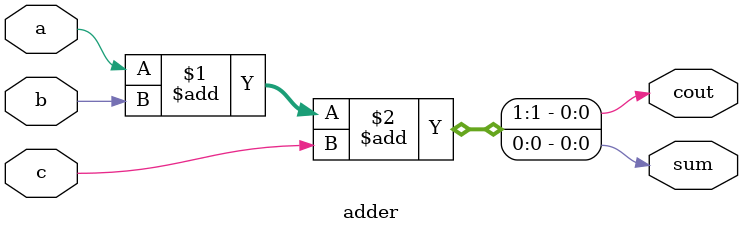
<source format=sv>

module adder(input logic a,b,c, output logic sum,cout);

assign {cout,sum}= a+b+c;

endmodule
</source>
